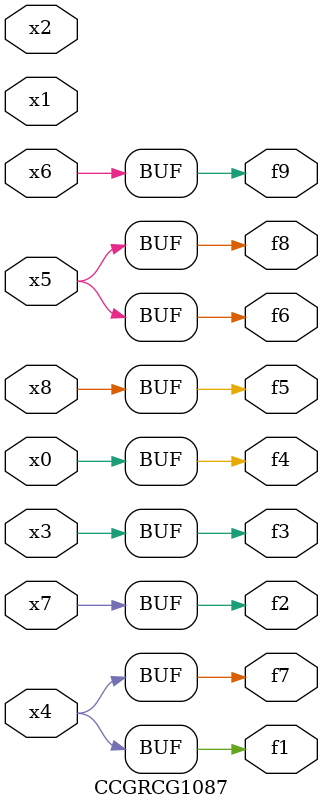
<source format=v>
module CCGRCG1087(
	input x0, x1, x2, x3, x4, x5, x6, x7, x8,
	output f1, f2, f3, f4, f5, f6, f7, f8, f9
);
	assign f1 = x4;
	assign f2 = x7;
	assign f3 = x3;
	assign f4 = x0;
	assign f5 = x8;
	assign f6 = x5;
	assign f7 = x4;
	assign f8 = x5;
	assign f9 = x6;
endmodule

</source>
